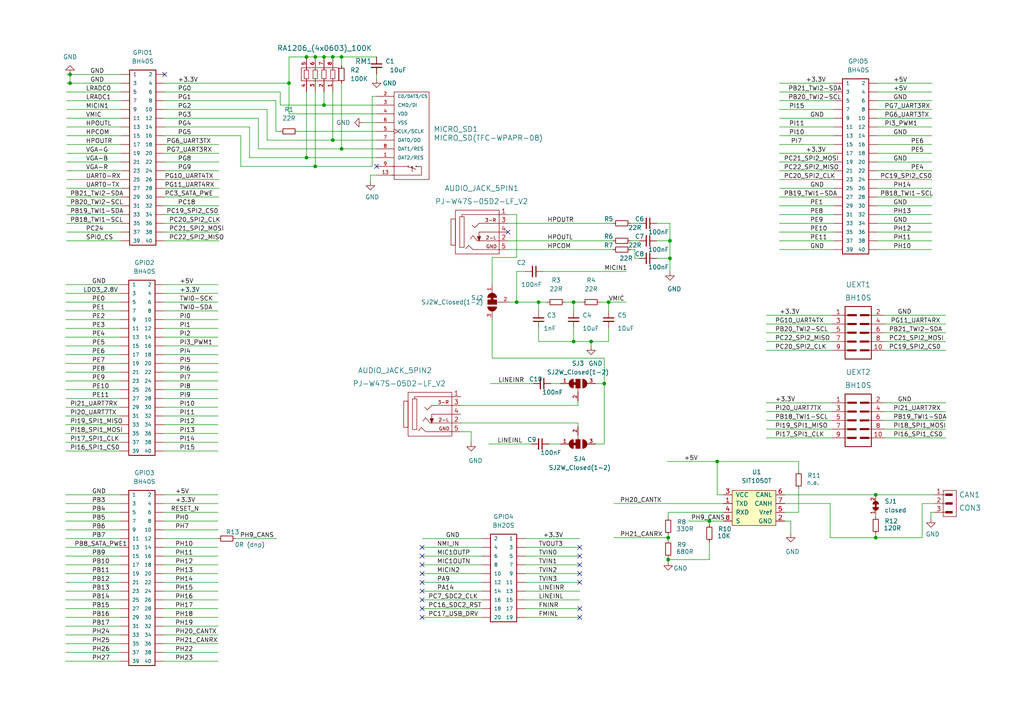
<source format=kicad_sch>
(kicad_sch (version 20230121) (generator eeschema)
  (paper "A4")
  (lib_symbols
    (symbol "Lime2-SHIELD_RevC:BH10S" (pin_names (offset 1.016) hide)
      (property "Reference" "CON" (at 0.0508 8.9154 0))
      (property "Value" "BH10S" (at 0.3048 -9.4234 0))
      (symbol "BH10S_1_1"
        (pin passive line (at -7.62 5.08 0) (length 3.7084) (name "1") (number "1"))
        (pin passive line (at 7.62 -5.08 180) (length 3.7084) (name "10") (number "10"))
        (pin passive line (at 7.62 5.08 180) (length 3.7084) (name "2") (number "2"))
        (pin passive line (at -7.62 2.54 0) (length 3.7084) (name "3") (number "3"))
        (pin passive line (at 7.62 2.54 180) (length 3.7084) (name "4") (number "4"))
        (pin passive line (at -7.62 0 0) (length 3.7084) (name "5") (number "5"))
        (pin passive line (at 7.62 0 180) (length 3.7084) (name "6") (number "6"))
        (pin passive line (at -7.62 -2.54 0) (length 3.7084) (name "7") (number "7"))
        (pin passive line (at 7.62 -2.54 180) (length 3.7084) (name "8") (number "8"))
        (pin passive line (at -7.62 -5.08 0) (length 3.7084) (name "9") (number "9"))
      )
    )
    (symbol "Lime2-SHIELD_RevC:BH20S" (pin_numbers hide) (pin_names (offset 1.016))
      (property "Reference" "GPIO" (at -4.445 12.065 0))
      (property "Value" "BH20S" (at -5.08 -16.51 0))
      (symbol "BH20S_1_1"
        (pin passive line (at -7.62 10.16 0) (length 2.54) (name "1") (number "1"))
        (pin passive line (at 5.08 0 180) (length 2.54) (name "10") (number "10"))
        (pin passive line (at -7.62 -2.54 0) (length 2.54) (name "11") (number "11"))
        (pin passive line (at 5.08 -2.54 180) (length 2.54) (name "12") (number "12"))
        (pin passive line (at -7.62 -5.08 0) (length 2.54) (name "13") (number "13"))
        (pin passive line (at 5.08 -5.08 180) (length 2.54) (name "14") (number "14"))
        (pin passive line (at -7.62 -7.62 0) (length 2.54) (name "15") (number "15"))
        (pin passive line (at 5.08 -7.62 180) (length 2.54) (name "16") (number "16"))
        (pin passive line (at -7.62 -10.16 0) (length 2.54) (name "17") (number "17"))
        (pin passive line (at 5.08 -10.16 180) (length 2.54) (name "18") (number "18"))
        (pin passive line (at -7.62 -12.7 0) (length 2.54) (name "19") (number "19"))
        (pin passive line (at 5.08 10.16 180) (length 2.54) (name "2") (number "2"))
        (pin passive line (at 5.08 -12.7 180) (length 2.54) (name "20") (number "20"))
        (pin passive line (at -7.62 7.62 0) (length 2.54) (name "3") (number "3"))
        (pin passive line (at 5.08 7.62 180) (length 2.54) (name "4") (number "4"))
        (pin passive line (at -7.62 5.08 0) (length 2.54) (name "5") (number "5"))
        (pin passive line (at 5.08 5.08 180) (length 2.54) (name "6") (number "6"))
        (pin passive line (at -7.62 2.54 0) (length 2.54) (name "7") (number "7"))
        (pin passive line (at 5.08 2.54 180) (length 2.54) (name "8") (number "8"))
        (pin passive line (at -7.62 0 0) (length 2.54) (name "9") (number "9"))
      )
    )
    (symbol "Lime2-SHIELD_RevC:BH40S" (pin_numbers hide) (pin_names (offset 1.016))
      (property "Reference" "GPIO" (at -4.445 27.305 0))
      (property "Value" "BH40S" (at -4.445 -26.035 0))
      (symbol "BH40S_1_1"
        (pin passive line (at -7.62 25.4 0) (length 2.4892) (name "1") (number "1"))
        (pin passive line (at 5.08 15.24 180) (length 2.4892) (name "10") (number "10"))
        (pin passive line (at -7.62 12.7 0) (length 2.4892) (name "11") (number "11"))
        (pin passive line (at 5.08 12.7 180) (length 2.4892) (name "12") (number "12"))
        (pin passive line (at -7.62 10.16 0) (length 2.4892) (name "13") (number "13"))
        (pin passive line (at 5.08 10.16 180) (length 2.4892) (name "14") (number "14"))
        (pin passive line (at -7.62 7.62 0) (length 2.4892) (name "15") (number "15"))
        (pin passive line (at 5.08 7.62 180) (length 2.4892) (name "16") (number "16"))
        (pin passive line (at -7.62 5.08 0) (length 2.4892) (name "17") (number "17"))
        (pin passive line (at 5.08 5.08 180) (length 2.4892) (name "18") (number "18"))
        (pin passive line (at -7.62 2.54 0) (length 2.4892) (name "19") (number "19"))
        (pin passive line (at 5.08 25.4 180) (length 2.4892) (name "2") (number "2"))
        (pin passive line (at 5.08 2.54 180) (length 2.4892) (name "20") (number "20"))
        (pin passive line (at -7.62 0 0) (length 2.4892) (name "21") (number "21"))
        (pin passive line (at 5.08 0 180) (length 2.4892) (name "22") (number "22"))
        (pin passive line (at -7.62 -2.54 0) (length 2.4892) (name "23") (number "23"))
        (pin passive line (at 5.08 -2.54 180) (length 2.4892) (name "24") (number "24"))
        (pin passive line (at -7.62 -5.08 0) (length 2.4892) (name "25") (number "25"))
        (pin passive line (at 5.08 -5.08 180) (length 2.4892) (name "26") (number "26"))
        (pin passive line (at -7.62 -7.62 0) (length 2.4892) (name "27") (number "27"))
        (pin passive line (at 5.08 -7.62 180) (length 2.4892) (name "28") (number "28"))
        (pin passive line (at -7.62 -10.16 0) (length 2.4892) (name "29") (number "29"))
        (pin passive line (at -7.62 22.86 0) (length 2.4892) (name "3") (number "3"))
        (pin passive line (at 5.08 -10.16 180) (length 2.4892) (name "30") (number "30"))
        (pin passive line (at -7.62 -12.7 0) (length 2.4892) (name "31") (number "31"))
        (pin passive line (at 5.08 -12.7 180) (length 2.4892) (name "32") (number "32"))
        (pin passive line (at -7.62 -15.24 0) (length 2.4892) (name "33") (number "33"))
        (pin passive line (at 5.08 -15.24 180) (length 2.4892) (name "34") (number "34"))
        (pin passive line (at -7.62 -17.78 0) (length 2.4892) (name "35") (number "35"))
        (pin passive line (at 5.08 -17.78 180) (length 2.4892) (name "36") (number "36"))
        (pin passive line (at -7.62 -20.32 0) (length 2.4892) (name "37") (number "37"))
        (pin passive line (at 5.08 -20.32 180) (length 2.4892) (name "38") (number "38"))
        (pin passive line (at -7.62 -22.86 0) (length 2.4892) (name "39") (number "39"))
        (pin passive line (at 5.08 22.86 180) (length 2.4892) (name "4") (number "4"))
        (pin passive line (at 5.08 -22.86 180) (length 2.4892) (name "40") (number "40"))
        (pin passive line (at -7.62 20.32 0) (length 2.4892) (name "5") (number "5"))
        (pin passive line (at 5.08 20.32 180) (length 2.4892) (name "6") (number "6"))
        (pin passive line (at -7.62 17.78 0) (length 2.4892) (name "7") (number "7"))
        (pin passive line (at 5.08 17.78 180) (length 2.4892) (name "8") (number "8"))
        (pin passive line (at -7.62 15.24 0) (length 2.4892) (name "9") (number "9"))
      )
    )
    (symbol "Lime2-SHIELD_RevC:C" (pin_numbers hide) (pin_names (offset 0.254) hide)
      (property "Reference" "C" (at 0.254 1.778 0))
      (property "Value" "C" (at 0.254 -2.032 0))
      (symbol "C_1_1"
        (pin passive line (at 0 2.54 270) (length 1.905) (name "~") (number "1"))
        (pin passive line (at 0 -2.54 90) (length 2.032) (name "~") (number "2"))
      )
    )
    (symbol "Lime2-SHIELD_RevC:CON3" (pin_names (offset 1.016))
      (property "Reference" "CON" (at -1.27 5.08 0))
      (property "Value" "CON3" (at -1.27 -5.08 0))
      (symbol "CON3_1_1"
        (pin passive line (at 2.54 2.54 180) (length 2.54) (name "~") (number "1"))
        (pin passive line (at 2.54 0 180) (length 2.54) (name "~") (number "2"))
        (pin passive line (at 2.54 -2.54 180) (length 2.54) (name "~") (number "3"))
      )
    )
    (symbol "Lime2-SHIELD_RevC:GND" (power) (pin_names (offset 0))
      (property "Value" "GND" (at 0 -3.81 0))
      (symbol "GND_1_1"
        (pin power_in line (at 0 0 270) (length 0) hide (name "GND") (number "1"))
      )
    )
    (symbol "Lime2-SHIELD_RevC:MICRO_SD(TFC-WPAPR-08)" (pin_names (offset 1.016))
      (property "Reference" "MICRO_SD" (at 2.54 15.24 0))
      (property "Value" "MICRO_SD(TFC-WPAPR-08)" (at 0 -12.7 0))
      (symbol "MICRO_SD(TFC-WPAPR-08)_1_1"
        (pin bidirectional line (at -7.62 -5.08 0) (length 5.08) (name "DAT2/RES") (number "1"))
        (pin passive line (at -7.62 -10.16 0) (length 5.08) hide (name "~") (number "10"))
        (pin passive line (at -7.62 -10.16 0) (length 5.08) hide (name "~") (number "11"))
        (pin passive line (at -7.62 -10.16 0) (length 5.08) hide (name "~") (number "12"))
        (pin passive line (at -7.62 -10.16 0) (length 5.08) (name "~") (number "13"))
        (pin bidirectional line (at -7.62 12.7 0) (length 5.08) (name "CD/DAT3/CS") (number "2"))
        (pin input line (at -7.62 10.16 0) (length 5.08) (name "CMD/DI") (number "3"))
        (pin power_in line (at -7.62 7.62 0) (length 5.08) (name "VDD") (number "4"))
        (pin input clock (at -7.62 2.54 0) (length 5.08) (name "CLK/SCLK") (number "5"))
        (pin power_in line (at -7.62 5.08 0) (length 5.08) (name "VSS") (number "6"))
        (pin bidirectional line (at -7.62 0 0) (length 5.08) (name "DAT0/DO") (number "7"))
        (pin bidirectional line (at -7.62 -2.54 0) (length 5.08) (name "DAT1/RES") (number "8"))
        (pin passive line (at -7.62 -7.62 0) (length 5.08) (name "~") (number "9"))
      )
    )
    (symbol "Lime2-SHIELD_RevC:PJ-W47S-05D2-LF_V2" (pin_names (offset 1.016))
      (property "Reference" "AUDIO_JACK_5PIN" (at 0 8.255 0))
      (property "Value" "PJ-W47S-05D2-LF_V2" (at 0 -8.255 0))
      (symbol "PJ-W47S-05D2-LF_V2_0_0"
        (text "2-L" (at 2.7178 -1.651 0) (effects (font (size 0.9906 0.9906))))
        (text "3-R" (at 2.5908 3.4544 0) (effects (font (size 0.9906 0.9906))))
        (text "GND" (at 2.8448 -4.191 0) (effects (font (size 0.9906 0.9906))))
      )
      (symbol "PJ-W47S-05D2-LF_V2_1_1"
        (pin bidirectional line (at 7.62 5.08 180) (length 2.4892) (name "~") (number "1"))
        (pin bidirectional line (at 7.62 -2.54 180) (length 2.4892) (name "~") (number "2"))
        (pin bidirectional line (at 7.62 2.54 180) (length 2.4892) (name "~") (number "3"))
        (pin bidirectional line (at 7.62 0 180) (length 2.4892) (name "~") (number "4"))
        (pin power_in line (at 7.62 -5.08 180) (length 2.4892) (name "~") (number "5"))
      )
    )
    (symbol "Lime2-SHIELD_RevC:RA1206_(4x0603)_4B8_1234" (pin_names (offset 1.016))
      (property "Reference" "RM" (at 0 6.35 0))
      (property "Value" "RA1206_(4x0603)_4B8_1234" (at 10.16 -6.35 0))
      (symbol "RA1206_(4x0603)_4B8_1234_1_1"
        (pin passive line (at -5.08 3.81 0) (length 3.81) (name "~") (number "1"))
        (pin passive line (at -5.08 1.27 0) (length 3.81) (name "~") (number "2"))
        (pin passive line (at -5.08 -1.27 0) (length 3.81) (name "~") (number "3"))
        (pin passive line (at -5.08 -3.81 0) (length 3.81) (name "~") (number "4"))
        (pin passive line (at 5.08 -3.81 180) (length 3.81) (name "~") (number "5"))
        (pin passive line (at 5.08 -1.27 180) (length 3.81) (name "~") (number "6"))
        (pin passive line (at 5.08 1.27 180) (length 3.81) (name "~") (number "7"))
        (pin passive line (at 5.08 3.81 180) (length 3.81) (name "~") (number "8"))
      )
    )
    (symbol "Lime2-SHIELD_RevC:R_Small" (pin_numbers hide) (pin_names (offset 0.254) hide)
      (property "Reference" "R" (at 0.762 0.508 0))
      (property "Value" "R_Small" (at 0.762 -1.016 0))
      (symbol "R_Small_1_1"
        (pin passive line (at 0 2.54 270) (length 0.762) (name "~") (number "1"))
        (pin passive line (at 0 -2.54 90) (length 0.762) (name "~") (number "2"))
      )
    )
    (symbol "Lime2-SHIELD_RevC:SIT1050T" (pin_names (offset 1.016))
      (property "Reference" "U" (at 0 6.35 0))
      (property "Value" "SIT1050T" (at 0 -6.35 0))
      (symbol "SIT1050T_1_1"
        (pin input line (at 8.89 1.27 180) (length 2.54) (name "TXD") (number "1"))
        (pin power_in line (at -8.89 -3.81 0) (length 2.54) (name "GND") (number "2"))
        (pin power_in line (at 8.89 3.81 180) (length 2.54) (name "VCC") (number "3"))
        (pin output line (at 8.89 -1.27 180) (length 2.54) (name "RXD") (number "4"))
        (pin output line (at -8.89 -1.27 0) (length 2.54) (name "Vref") (number "5"))
        (pin bidirectional line (at -8.89 3.81 0) (length 2.54) (name "CANL") (number "6"))
        (pin bidirectional line (at -8.89 1.27 0) (length 2.54) (name "CANH") (number "7"))
        (pin input line (at 8.89 -3.81 180) (length 2.54) (name "S") (number "8"))
      )
    )
    (symbol "Lime2-SHIELD_RevC:SJ2W_Closed(1-2)" (pin_names (offset 1.016) hide)
      (property "Reference" "SJ" (at 2.54 0.381 0))
      (property "Value" "SJ2W_Closed(1-2)" (at 2.54 -1.905 0))
      (symbol "SJ2W_Closed(1-2)_1_1"
        (pin passive line (at 0 5.08 270) (length 2.54) (name "1") (number "1"))
        (pin passive line (at -5.08 0 0) (length 2.54) (name "2") (number "2"))
        (pin passive line (at 0 -5.08 90) (length 2.54) (name "3") (number "3"))
      )
    )
    (symbol "Lime2-SHIELD_RevC:SJ_Closed" (pin_names (offset 1.016) hide)
      (property "Reference" "SJ" (at -1.27 1.905 0))
      (property "Value" "SJ_Closed" (at -5.08 -2.54 0))
      (symbol "SJ_Closed_1_1"
        (pin passive line (at -2.54 0 0) (length 1.27) (name "1") (number "1"))
        (pin passive line (at 2.54 0 180) (length 1.27) (name "2") (number "2"))
      )
    )
  )
  (junction (at 208.026 133.858))
  (junction (at 93.98 30.48))
  (junction (at 99.06 43.18))
  (junction (at 91.44 48.26))
  (junction (at 175.26 111.252))
  (junction (at 20.32 21.59))
  (junction (at 194.31 74.93))
  (junction (at 149.86 87.63))
  (junction (at 176.53 87.63))
  (junction (at 99.06 16.51))
  (junction (at 254 155.956))
  (junction (at 96.52 16.51))
  (junction (at 193.802 155.956))
  (junction (at 254 143.51))
  (junction (at 88.9 16.51))
  (junction (at 166.37 99.06))
  (junction (at 193.802 162.306))
  (junction (at 156.21 87.63))
  (junction (at 194.31 69.85))
  (junction (at 93.98 16.51))
  (junction (at 96.52 40.64))
  (junction (at 166.37 87.63))
  (junction (at 83.82 24.13))
  (junction (at 205.74 151.13))
  (junction (at 20.32 24.13))
  (junction (at 88.9 45.72))
  (junction (at 171.45 99.06))
  (junction (at 91.44 16.51))
  (no_connect (at 168.148 161.29))
  (no_connect (at 109.22 48.26))
  (no_connect (at 168.148 163.83))
  (no_connect (at 168.148 158.75))
  (no_connect (at 122.428 163.83))
  (no_connect (at 122.428 161.29))
  (no_connect (at 122.428 176.53))
  (no_connect (at 147.32 67.31))
  (no_connect (at 168.148 166.37))
  (no_connect (at 122.428 171.45))
  (no_connect (at 122.428 179.07))
  (no_connect (at 168.148 179.07))
  (no_connect (at 122.428 166.37))
  (no_connect (at 122.428 168.91))
  (no_connect (at 47.752 21.59))
  (no_connect (at 168.148 168.91))
  (no_connect (at 168.148 176.53))
  (no_connect (at 122.428 158.75))
  (no_connect (at 122.428 173.99))
  (wire (pts (xy 19.304 52.07) (xy 35.052 52.07)))
  (wire (pts (xy 19.05 163.83) (xy 34.798 163.83)))
  (wire (pts (xy 133.604 117.602) (xy 167.64 117.602)))
  (wire (pts (xy 254.508 67.31) (xy 270.256 67.31)))
  (wire (pts (xy 147.828 87.63) (xy 149.86 87.63)))
  (wire (pts (xy 159.766 111.252) (xy 162.56 111.252)))
  (wire (pts (xy 19.304 34.29) (xy 35.052 34.29)))
  (wire (pts (xy 166.37 87.63) (xy 168.91 87.63)))
  (wire (pts (xy 176.53 87.63) (xy 181.61 87.63)))
  (wire (pts (xy 47.752 67.31) (xy 63.5 67.31)))
  (wire (pts (xy 241.3 127) (xy 222.25 127)))
  (wire (pts (xy 171.45 100.33) (xy 171.45 99.06)))
  (wire (pts (xy 194.31 74.93) (xy 194.31 78.74)))
  (wire (pts (xy 256.54 121.92) (xy 274.32 121.92)))
  (wire (pts (xy 254.508 54.61) (xy 270.256 54.61)))
  (wire (pts (xy 19.05 115.57) (xy 34.798 115.57)))
  (wire (pts (xy 74.93 34.29) (xy 74.93 43.18)))
  (wire (pts (xy 226.06 34.29) (xy 241.808 34.29)))
  (wire (pts (xy 109.22 21.59) (xy 109.22 22.86)))
  (wire (pts (xy 72.39 45.72) (xy 88.9 45.72)))
  (wire (pts (xy 152.4 166.37) (xy 168.148 166.37)))
  (wire (pts (xy 19.304 64.77) (xy 35.052 64.77)))
  (wire (pts (xy 157.48 78.74) (xy 181.61 78.74)))
  (wire (pts (xy 241.3 93.98) (xy 222.25 93.98)))
  (wire (pts (xy 122.428 179.07) (xy 139.7 179.07)))
  (wire (pts (xy 107.442 50.8) (xy 107.442 52.578)))
  (wire (pts (xy 83.82 16.51) (xy 88.9 16.51)))
  (wire (pts (xy 226.06 59.69) (xy 241.808 59.69)))
  (wire (pts (xy 226.06 41.91) (xy 241.808 41.91)))
  (wire (pts (xy 194.31 69.85) (xy 194.31 74.93)))
  (wire (pts (xy 240.792 146.05) (xy 240.792 155.956)))
  (wire (pts (xy 19.304 59.69) (xy 35.052 59.69)))
  (wire (pts (xy 47.752 54.61) (xy 63.5 54.61)))
  (wire (pts (xy 133.604 122.682) (xy 167.64 122.682)))
  (wire (pts (xy 241.3 116.84) (xy 222.25 116.84)))
  (wire (pts (xy 209.804 151.13) (xy 205.74 151.13)))
  (wire (pts (xy 254.508 52.07) (xy 270.256 52.07)))
  (wire (pts (xy 122.428 176.53) (xy 139.7 176.53)))
  (wire (pts (xy 99.06 24.13) (xy 99.06 43.18)))
  (wire (pts (xy 166.37 95.25) (xy 166.37 99.06)))
  (wire (pts (xy 254.508 49.53) (xy 270.256 49.53)))
  (wire (pts (xy 19.304 57.15) (xy 35.052 57.15)))
  (wire (pts (xy 147.32 69.85) (xy 177.8 69.85)))
  (wire (pts (xy 208.026 133.858) (xy 208.026 143.51)))
  (wire (pts (xy 47.752 39.37) (xy 69.85 39.37)))
  (wire (pts (xy 172.72 111.252) (xy 175.26 111.252)))
  (wire (pts (xy 19.05 110.49) (xy 34.798 110.49)))
  (wire (pts (xy 19.05 87.63) (xy 34.798 87.63)))
  (wire (pts (xy 99.06 16.51) (xy 96.52 16.51)))
  (wire (pts (xy 88.9 26.67) (xy 88.9 45.72)))
  (wire (pts (xy 47.752 44.45) (xy 63.5 44.45)))
  (wire (pts (xy 109.22 40.64) (xy 96.52 40.64)))
  (wire (pts (xy 107.95 27.94) (xy 109.22 27.94)))
  (wire (pts (xy 19.05 151.13) (xy 34.798 151.13)))
  (wire (pts (xy 154.686 111.252) (xy 142.24 111.252)))
  (wire (pts (xy 193.802 148.59) (xy 193.802 150.114)))
  (wire (pts (xy 47.498 146.05) (xy 63.246 146.05)))
  (wire (pts (xy 69.85 39.37) (xy 69.85 48.26)))
  (wire (pts (xy 19.304 29.21) (xy 35.052 29.21)))
  (wire (pts (xy 47.498 113.03) (xy 63.246 113.03)))
  (wire (pts (xy 47.498 173.99) (xy 63.246 173.99)))
  (wire (pts (xy 226.06 26.67) (xy 241.808 26.67)))
  (wire (pts (xy 88.9 16.51) (xy 91.44 16.51)))
  (wire (pts (xy 19.05 125.73) (xy 34.798 125.73)))
  (wire (pts (xy 93.98 16.51) (xy 96.52 16.51)))
  (wire (pts (xy 74.93 43.18) (xy 99.06 43.18)))
  (wire (pts (xy 19.05 189.23) (xy 34.798 189.23)))
  (wire (pts (xy 47.498 184.15) (xy 63.246 184.15)))
  (wire (pts (xy 96.52 40.64) (xy 77.47 40.64)))
  (wire (pts (xy 190.5 74.93) (xy 194.31 74.93)))
  (wire (pts (xy 254 154.94) (xy 254 155.956)))
  (wire (pts (xy 122.428 173.99) (xy 139.7 173.99)))
  (wire (pts (xy 68.326 156.21) (xy 80.264 156.21)))
  (wire (pts (xy 80.01 29.21) (xy 80.01 38.1)))
  (wire (pts (xy 86.36 38.1) (xy 109.22 38.1)))
  (wire (pts (xy 20.32 21.59) (xy 35.052 21.59)))
  (wire (pts (xy 152.4 163.83) (xy 168.148 163.83)))
  (wire (pts (xy 254.508 64.77) (xy 270.256 64.77)))
  (wire (pts (xy 142.748 74.676) (xy 142.748 82.55)))
  (wire (pts (xy 226.06 44.45) (xy 241.808 44.45)))
  (wire (pts (xy 254.508 44.45) (xy 270.256 44.45)))
  (wire (pts (xy 254.508 34.29) (xy 270.256 34.29)))
  (wire (pts (xy 205.74 162.306) (xy 193.802 162.306)))
  (wire (pts (xy 47.752 59.69) (xy 63.5 59.69)))
  (wire (pts (xy 158.75 87.63) (xy 156.21 87.63)))
  (wire (pts (xy 256.54 127) (xy 274.32 127)))
  (wire (pts (xy 47.752 46.99) (xy 63.5 46.99)))
  (wire (pts (xy 47.498 166.37) (xy 63.246 166.37)))
  (wire (pts (xy 149.86 74.676) (xy 142.748 74.676)))
  (wire (pts (xy 91.44 48.26) (xy 107.95 48.26)))
  (wire (pts (xy 47.498 130.81) (xy 63.246 130.81)))
  (wire (pts (xy 254.508 69.85) (xy 270.256 69.85)))
  (wire (pts (xy 240.792 155.956) (xy 254 155.956)))
  (wire (pts (xy 122.428 156.21) (xy 139.7 156.21)))
  (wire (pts (xy 193.802 155.194) (xy 193.802 155.956)))
  (wire (pts (xy 176.53 87.63) (xy 176.53 90.17)))
  (wire (pts (xy 226.06 54.61) (xy 241.808 54.61)))
  (wire (pts (xy 256.54 99.06) (xy 274.32 99.06)))
  (wire (pts (xy 47.752 36.83) (xy 72.39 36.83)))
  (wire (pts (xy 226.06 49.53) (xy 241.808 49.53)))
  (wire (pts (xy 122.428 168.91) (xy 139.7 168.91)))
  (wire (pts (xy 256.54 124.46) (xy 274.32 124.46)))
  (wire (pts (xy 149.86 78.74) (xy 152.4 78.74)))
  (wire (pts (xy 19.05 92.71) (xy 34.798 92.71)))
  (wire (pts (xy 190.5 69.85) (xy 194.31 69.85)))
  (wire (pts (xy 142.748 103.886) (xy 175.26 103.886)))
  (wire (pts (xy 19.05 82.55) (xy 34.798 82.55)))
  (wire (pts (xy 19.05 153.67) (xy 34.798 153.67)))
  (wire (pts (xy 19.304 67.31) (xy 35.052 67.31)))
  (wire (pts (xy 19.05 148.59) (xy 34.798 148.59)))
  (wire (pts (xy 152.4 168.91) (xy 168.148 168.91)))
  (wire (pts (xy 109.22 33.02) (xy 83.82 33.02)))
  (wire (pts (xy 254.508 62.23) (xy 270.256 62.23)))
  (wire (pts (xy 122.428 161.29) (xy 139.7 161.29)))
  (wire (pts (xy 19.05 143.51) (xy 34.798 143.51)))
  (wire (pts (xy 122.428 158.75) (xy 139.7 158.75)))
  (wire (pts (xy 152.4 171.45) (xy 168.148 171.45)))
  (wire (pts (xy 175.26 111.252) (xy 175.26 128.778)))
  (wire (pts (xy 47.498 161.29) (xy 63.246 161.29)))
  (wire (pts (xy 109.22 50.8) (xy 107.442 50.8)))
  (wire (pts (xy 254.508 59.69) (xy 270.256 59.69)))
  (wire (pts (xy 166.37 90.17) (xy 166.37 87.63)))
  (wire (pts (xy 19.05 85.09) (xy 34.798 85.09)))
  (wire (pts (xy 254.508 31.75) (xy 270.256 31.75)))
  (wire (pts (xy 19.05 100.33) (xy 34.798 100.33)))
  (wire (pts (xy 254.508 36.83) (xy 270.256 36.83)))
  (wire (pts (xy 182.88 64.77) (xy 185.42 64.77)))
  (wire (pts (xy 167.64 117.602) (xy 167.64 116.332)))
  (wire (pts (xy 47.752 41.91) (xy 63.5 41.91)))
  (wire (pts (xy 47.498 115.57) (xy 63.246 115.57)))
  (wire (pts (xy 152.4 179.07) (xy 168.148 179.07)))
  (wire (pts (xy 156.21 87.63) (xy 149.86 87.63)))
  (wire (pts (xy 178.054 146.05) (xy 209.804 146.05)))
  (wire (pts (xy 81.28 26.67) (xy 81.28 30.48)))
  (wire (pts (xy 93.98 26.67) (xy 93.98 30.48)))
  (wire (pts (xy 47.498 186.69) (xy 63.246 186.69)))
  (wire (pts (xy 19.304 69.85) (xy 35.052 69.85)))
  (wire (pts (xy 256.54 96.52) (xy 274.32 96.52)))
  (wire (pts (xy 47.498 110.49) (xy 63.246 110.49)))
  (wire (pts (xy 226.06 72.39) (xy 241.808 72.39)))
  (wire (pts (xy 19.05 123.19) (xy 34.798 123.19)))
  (wire (pts (xy 226.06 69.85) (xy 241.808 69.85)))
  (wire (pts (xy 254 155.956) (xy 267.462 155.956)))
  (wire (pts (xy 19.05 184.15) (xy 34.798 184.15)))
  (wire (pts (xy 178.054 155.956) (xy 193.802 155.956)))
  (wire (pts (xy 147.32 62.23) (xy 149.86 62.23)))
  (wire (pts (xy 175.26 103.886) (xy 175.26 111.252)))
  (wire (pts (xy 176.53 99.06) (xy 176.53 95.25)))
  (wire (pts (xy 241.3 99.06) (xy 222.25 99.06)))
  (wire (pts (xy 231.648 133.858) (xy 208.026 133.858)))
  (wire (pts (xy 208.026 143.51) (xy 209.804 143.51)))
  (wire (pts (xy 107.95 48.26) (xy 107.95 27.94)))
  (wire (pts (xy 227.584 143.51) (xy 254 143.51)))
  (wire (pts (xy 47.498 128.27) (xy 63.246 128.27)))
  (wire (pts (xy 147.32 72.39) (xy 177.8 72.39)))
  (wire (pts (xy 81.28 30.48) (xy 93.98 30.48)))
  (wire (pts (xy 19.304 36.83) (xy 35.052 36.83)))
  (wire (pts (xy 91.44 16.51) (xy 93.98 16.51)))
  (wire (pts (xy 19.304 62.23) (xy 35.052 62.23)))
  (wire (pts (xy 226.06 46.99) (xy 241.808 46.99)))
  (wire (pts (xy 19.05 146.05) (xy 34.798 146.05)))
  (wire (pts (xy 19.05 171.45) (xy 34.798 171.45)))
  (wire (pts (xy 254.508 46.99) (xy 270.256 46.99)))
  (wire (pts (xy 193.802 162.814) (xy 193.802 162.306)))
  (wire (pts (xy 226.06 64.77) (xy 241.808 64.77)))
  (wire (pts (xy 47.498 148.59) (xy 63.246 148.59)))
  (wire (pts (xy 47.498 107.95) (xy 63.246 107.95)))
  (wire (pts (xy 19.05 105.41) (xy 34.798 105.41)))
  (wire (pts (xy 47.752 29.21) (xy 80.01 29.21)))
  (wire (pts (xy 226.06 62.23) (xy 241.808 62.23)))
  (wire (pts (xy 88.9 45.72) (xy 109.22 45.72)))
  (wire (pts (xy 47.498 176.53) (xy 63.246 176.53)))
  (wire (pts (xy 19.05 186.69) (xy 34.798 186.69)))
  (wire (pts (xy 226.06 52.07) (xy 241.808 52.07)))
  (wire (pts (xy 47.498 105.41) (xy 63.246 105.41)))
  (wire (pts (xy 241.3 91.44) (xy 222.25 91.44)))
  (wire (pts (xy 226.06 24.13) (xy 241.808 24.13)))
  (wire (pts (xy 226.06 29.21) (xy 241.808 29.21)))
  (wire (pts (xy 47.752 57.15) (xy 63.5 57.15)))
  (wire (pts (xy 47.498 85.09) (xy 63.246 85.09)))
  (wire (pts (xy 171.45 99.06) (xy 176.53 99.06)))
  (wire (pts (xy 47.752 24.13) (xy 83.82 24.13)))
  (wire (pts (xy 19.05 156.21) (xy 34.798 156.21)))
  (wire (pts (xy 205.74 152.146) (xy 205.74 151.13)))
  (wire (pts (xy 19.304 26.67) (xy 35.052 26.67)))
  (wire (pts (xy 226.06 57.15) (xy 241.808 57.15)))
  (wire (pts (xy 19.05 118.11) (xy 34.798 118.11)))
  (wire (pts (xy 142.748 92.71) (xy 142.748 103.886)))
  (wire (pts (xy 47.498 191.77) (xy 63.246 191.77)))
  (wire (pts (xy 47.498 123.19) (xy 63.246 123.19)))
  (wire (pts (xy 47.498 179.07) (xy 63.246 179.07)))
  (wire (pts (xy 254 143.51) (xy 271.018 143.51)))
  (wire (pts (xy 190.5 64.77) (xy 194.31 64.77)))
  (wire (pts (xy 47.498 100.33) (xy 63.246 100.33)))
  (wire (pts (xy 227.584 146.05) (xy 240.792 146.05)))
  (wire (pts (xy 226.06 67.31) (xy 241.808 67.31)))
  (wire (pts (xy 47.498 120.65) (xy 63.246 120.65)))
  (wire (pts (xy 193.802 155.956) (xy 193.802 156.718)))
  (wire (pts (xy 133.604 125.222) (xy 136.652 125.222)))
  (wire (pts (xy 182.88 69.85) (xy 185.42 69.85)))
  (wire (pts (xy 241.3 119.38) (xy 222.25 119.38)))
  (wire (pts (xy 19.304 31.75) (xy 35.052 31.75)))
  (wire (pts (xy 47.752 49.53) (xy 63.5 49.53)))
  (wire (pts (xy 47.498 87.63) (xy 63.246 87.63)))
  (wire (pts (xy 182.88 72.39) (xy 184.15 72.39)))
  (wire (pts (xy 19.05 173.99) (xy 34.798 173.99)))
  (wire (pts (xy 19.304 21.59) (xy 20.32 21.59)))
  (wire (pts (xy 152.4 176.53) (xy 168.148 176.53)))
  (wire (pts (xy 83.82 33.02) (xy 83.82 24.13)))
  (wire (pts (xy 173.99 87.63) (xy 176.53 87.63)))
  (wire (pts (xy 256.54 119.38) (xy 274.32 119.38)))
  (wire (pts (xy 254.508 41.91) (xy 270.256 41.91)))
  (wire (pts (xy 47.498 90.17) (xy 63.246 90.17)))
  (wire (pts (xy 156.21 90.17) (xy 156.21 87.63)))
  (wire (pts (xy 19.05 181.61) (xy 34.798 181.61)))
  (wire (pts (xy 241.3 96.52) (xy 222.25 96.52)))
  (wire (pts (xy 241.3 101.6) (xy 222.25 101.6)))
  (wire (pts (xy 226.06 31.75) (xy 241.808 31.75)))
  (wire (pts (xy 256.54 93.98) (xy 274.32 93.98)))
  (wire (pts (xy 47.498 92.71) (xy 63.246 92.71)))
  (wire (pts (xy 152.4 161.29) (xy 168.148 161.29)))
  (wire (pts (xy 149.86 62.23) (xy 149.86 74.676)))
  (wire (pts (xy 19.05 128.27) (xy 34.798 128.27)))
  (wire (pts (xy 47.498 189.23) (xy 63.246 189.23)))
  (wire (pts (xy 226.06 39.37) (xy 241.808 39.37)))
  (wire (pts (xy 156.21 99.06) (xy 166.37 99.06)))
  (wire (pts (xy 109.22 35.56) (xy 105.41 35.56)))
  (wire (pts (xy 47.752 26.67) (xy 81.28 26.67)))
  (wire (pts (xy 20.32 21.59) (xy 20.32 24.13)))
  (wire (pts (xy 69.85 48.26) (xy 91.44 48.26)))
  (wire (pts (xy 209.804 148.59) (xy 193.802 148.59)))
  (wire (pts (xy 47.752 52.07) (xy 63.5 52.07)))
  (wire (pts (xy 231.648 141.732) (xy 231.648 148.59)))
  (wire (pts (xy 205.74 157.226) (xy 205.74 162.306)))
  (wire (pts (xy 241.3 124.46) (xy 222.25 124.46)))
  (wire (pts (xy 19.304 49.53) (xy 35.052 49.53)))
  (wire (pts (xy 149.86 87.63) (xy 149.86 78.74)))
  (wire (pts (xy 19.05 120.65) (xy 34.798 120.65)))
  (wire (pts (xy 99.06 43.18) (xy 109.22 43.18)))
  (wire (pts (xy 208.026 133.858) (xy 193.548 133.858)))
  (wire (pts (xy 47.498 151.13) (xy 63.246 151.13)))
  (wire (pts (xy 93.98 30.48) (xy 109.22 30.48)))
  (wire (pts (xy 19.304 46.99) (xy 35.052 46.99)))
  (wire (pts (xy 47.498 102.87) (xy 63.246 102.87)))
  (wire (pts (xy 47.498 82.55) (xy 63.246 82.55)))
  (wire (pts (xy 47.498 97.79) (xy 63.246 97.79)))
  (wire (pts (xy 254 149.225) (xy 254 149.86)))
  (wire (pts (xy 254 144.145) (xy 254 143.51)))
  (wire (pts (xy 193.802 162.306) (xy 193.802 161.798)))
  (wire (pts (xy 47.752 31.75) (xy 77.47 31.75)))
  (wire (pts (xy 254.508 57.15) (xy 270.256 57.15)))
  (wire (pts (xy 19.05 95.25) (xy 34.798 95.25)))
  (wire (pts (xy 122.428 163.83) (xy 139.7 163.83)))
  (wire (pts (xy 270.002 148.59) (xy 270.002 150.368)))
  (wire (pts (xy 19.304 24.13) (xy 20.32 24.13)))
  (wire (pts (xy 271.018 148.59) (xy 270.002 148.59)))
  (wire (pts (xy 226.06 36.83) (xy 241.808 36.83)))
  (wire (pts (xy 47.498 163.83) (xy 63.246 163.83)))
  (wire (pts (xy 163.83 87.63) (xy 166.37 87.63)))
  (wire (pts (xy 194.31 64.77) (xy 194.31 69.85)))
  (wire (pts (xy 256.54 101.6) (xy 274.32 101.6)))
  (wire (pts (xy 47.498 153.67) (xy 63.246 153.67)))
  (wire (pts (xy 19.304 44.45) (xy 35.052 44.45)))
  (wire (pts (xy 19.05 113.03) (xy 34.798 113.03)))
  (wire (pts (xy 96.52 26.67) (xy 96.52 40.64)))
  (wire (pts (xy 267.462 155.956) (xy 267.462 146.05)))
  (wire (pts (xy 47.498 118.11) (xy 63.246 118.11)))
  (wire (pts (xy 227.584 151.13) (xy 229.362 151.13)))
  (wire (pts (xy 205.74 151.13) (xy 199.644 151.13)))
  (wire (pts (xy 231.648 136.652) (xy 231.648 133.858)))
  (wire (pts (xy 47.498 171.45) (xy 63.246 171.45)))
  (wire (pts (xy 152.4 158.75) (xy 168.148 158.75)))
  (wire (pts (xy 47.498 95.25) (xy 63.246 95.25)))
  (wire (pts (xy 19.05 176.53) (xy 34.798 176.53)))
  (wire (pts (xy 77.47 40.64) (xy 77.47 31.75)))
  (wire (pts (xy 256.54 91.44) (xy 274.32 91.44)))
  (wire (pts (xy 19.05 97.79) (xy 34.798 97.79)))
  (wire (pts (xy 19.304 41.91) (xy 35.052 41.91)))
  (wire (pts (xy 83.82 24.13) (xy 83.82 16.51)))
  (wire (pts (xy 19.05 179.07) (xy 34.798 179.07)))
  (wire (pts (xy 152.4 156.21) (xy 168.148 156.21)))
  (wire (pts (xy 254.508 24.13) (xy 270.256 24.13)))
  (wire (pts (xy 47.752 64.77) (xy 63.5 64.77)))
  (wire (pts (xy 154.178 128.778) (xy 141.732 128.778)))
  (wire (pts (xy 254.508 72.39) (xy 270.256 72.39)))
  (wire (pts (xy 91.44 26.67) (xy 91.44 48.26)))
  (wire (pts (xy 80.01 38.1) (xy 81.28 38.1)))
  (wire (pts (xy 254.508 29.21) (xy 270.256 29.21)))
  (wire (pts (xy 99.06 16.51) (xy 109.22 16.51)))
  (wire (pts (xy 47.498 168.91) (xy 63.246 168.91)))
  (wire (pts (xy 256.54 116.84) (xy 274.32 116.84)))
  (wire (pts (xy 147.32 64.77) (xy 177.8 64.77)))
  (wire (pts (xy 47.498 125.73) (xy 63.246 125.73)))
  (wire (pts (xy 47.752 62.23) (xy 63.5 62.23)))
  (wire (pts (xy 254.508 26.67) (xy 270.256 26.67)))
  (wire (pts (xy 267.462 146.05) (xy 271.018 146.05)))
  (wire (pts (xy 166.37 99.06) (xy 171.45 99.06)))
  (wire (pts (xy 47.498 156.21) (xy 63.246 156.21)))
  (wire (pts (xy 156.21 95.25) (xy 156.21 99.06)))
  (wire (pts (xy 19.05 102.87) (xy 34.798 102.87)))
  (wire (pts (xy 184.15 74.93) (xy 185.42 74.93)))
  (wire (pts (xy 19.304 39.37) (xy 35.052 39.37)))
  (wire (pts (xy 19.05 166.37) (xy 34.798 166.37)))
  (wire (pts (xy 152.4 173.99) (xy 168.148 173.99)))
  (wire (pts (xy 254.508 39.37) (xy 270.256 39.37)))
  (wire (pts (xy 47.498 143.51) (xy 63.246 143.51)))
  (wire (pts (xy 47.498 181.61) (xy 63.246 181.61)))
  (wire (pts (xy 47.752 69.85) (xy 63.5 69.85)))
  (wire (pts (xy 19.05 107.95) (xy 34.798 107.95)))
  (wire (pts (xy 20.32 24.13) (xy 35.052 24.13)))
  (wire (pts (xy 184.15 72.39) (xy 184.15 74.93)))
  (wire (pts (xy 19.05 161.29) (xy 34.798 161.29)))
  (wire (pts (xy 122.428 166.37) (xy 139.7 166.37)))
  (wire (pts (xy 19.304 54.61) (xy 35.052 54.61)))
  (wire (pts (xy 47.498 158.75) (xy 63.246 158.75)))
  (wire (pts (xy 99.06 19.05) (xy 99.06 16.51)))
  (wire (pts (xy 175.26 128.778) (xy 172.72 128.778)))
  (wire (pts (xy 47.752 34.29) (xy 74.93 34.29)))
  (wire (pts (xy 19.05 130.81) (xy 34.798 130.81)))
  (wire (pts (xy 122.428 171.45) (xy 139.7 171.45)))
  (wire (pts (xy 19.05 90.17) (xy 34.798 90.17)))
  (wire (pts (xy 229.362 151.13) (xy 229.362 154.686)))
  (wire (pts (xy 136.652 125.222) (xy 136.652 128.27)))
  (wire (pts (xy 72.39 36.83) (xy 72.39 45.72)))
  (wire (pts (xy 159.258 128.778) (xy 162.56 128.778)))
  (wire (pts (xy 231.648 148.59) (xy 227.584 148.59)))
  (wire (pts (xy 19.05 191.77) (xy 34.798 191.77)))
  (wire (pts (xy 241.3 121.92) (xy 222.25 121.92)))
  (wire (pts (xy 19.05 168.91) (xy 34.798 168.91)))
  (wire (pts (xy 167.64 122.682) (xy 167.64 123.698)))
  (wire (pts (xy 19.05 158.75) (xy 34.798 158.75)))
  (label "MIC1OUTP" (at 126.746 161.29 0))
  (label "PB12" (at 26.67 168.91 0))
  (label "PI2" (at 52.07 97.79 0))
  (label "PB3" (at 26.67 146.05 0))
  (label "PH10" (at 50.8 158.75 0))
  (label "PB21_TWI2-SDA" (at 257.81 96.52 0))
  (label "PH13" (at 259.08 62.23 0))
  (label "UART0-TX" (at 24.892 54.61 0))
  (label "TVOUT3" (at 156.21 158.75 0))
  (label "PE8" (at 234.95 62.23 0))
  (label "HPCOM" (at 158.75 72.39 0))
  (label "PE4" (at 264.16 49.53 0))
  (label "PB6" (at 26.67 153.67 0))
  (label "TVIN3" (at 156.21 168.91 0))
  (label "PI12" (at 52.07 123.19 0))
  (label "PG6_UART3TX" (at 256.54 34.29 0))
  (label "PC22_SPI2_MISO" (at 227.33 49.53 0))
  (label "FNINR" (at 156.21 176.53 0))
  (label "PB4" (at 26.67 148.59 0))
  (label "+5V" (at 259.08 26.67 0))
  (label "GND" (at 129.286 156.21 0))
  (label "GND" (at 259.08 29.21 0))
  (label "FMINL" (at 156.21 179.07 0))
  (label "PG0" (at 51.562 26.67 0))
  (label "PE0" (at 26.67 87.63 0))
  (label "LRADC1" (at 24.892 29.21 0))
  (label "HPOUTR" (at 158.75 64.77 0))
  (label "LINEINL" (at 156.21 173.99 0))
  (label "PC16_SDC2_RST" (at 124.206 176.53 0))
  (label "PE5" (at 26.67 100.33 0))
  (label "PB18_TWI1-SCL" (at 20.32 64.77 0))
  (label "MIC1OUTN" (at 126.746 163.83 0))
  (label "PG10_UART4TX" (at 224.79 93.98 0))
  (label "PI11" (at 52.07 120.65 0))
  (label "MICIN1" (at 24.892 31.75 0))
  (label "+5V" (at 50.8 143.51 0))
  (label "PI5" (at 52.07 105.41 0))
  (label "PH19" (at 50.8 181.61 0))
  (label "PB18_TWI1-SCL" (at 255.27 57.15 0))
  (label "PC19_SPI2_CS0" (at 48.26 62.23 0))
  (label "PI14" (at 52.07 128.27 0))
  (label "PE9" (at 234.95 64.77 0))
  (label "PE4" (at 26.67 97.79 0))
  (label "+3.3V" (at 50.8 146.05 0))
  (label "PB18_TWI1-SCL" (at 224.79 121.92 0))
  (label "PB15" (at 26.67 176.53 0))
  (label "PB19_TWI1-SDA" (at 227.33 57.15 0))
  (label "PE8" (at 26.67 107.95 0))
  (label "PG6_UART3TX" (at 48.26 41.91 0))
  (label "MICIN2" (at 126.746 166.37 0))
  (label "PB20_TWI2-SCL" (at 228.6 29.21 0))
  (label "PA9" (at 126.746 168.91 0))
  (label "PE3" (at 26.67 95.25 0))
  (label "PH11" (at 50.8 161.29 0))
  (label "PE6" (at 264.16 41.91 0))
  (label "HPOUTR" (at 24.892 41.91 0))
  (label "GND" (at 26.162 21.59 0))
  (label "PB19_TWI1-SDA" (at 20.32 62.23 0))
  (label "VGA-B" (at 24.892 46.99 0))
  (label "PB10" (at 26.67 163.83 0))
  (label "GND" (at 234.95 54.61 0))
  (label "GND" (at 26.67 143.51 0))
  (label "PE11" (at 234.95 69.85 0))
  (label "PC22_SPI2_MISO" (at 49.022 69.85 0))
  (label "PI3_PWM1" (at 256.54 36.83 0))
  (label "PH9_CANS" (at 200.406 151.13 0))
  (label "PG1" (at 51.562 29.21 0))
  (label "+3.3V" (at 226.06 91.44 0))
  (label "PI20_UART7TX" (at 20.32 120.65 0))
  (label "PI19_SPI1_MISO" (at 20.32 123.19 0))
  (label "LINEINL" (at 144.272 128.778 0))
  (label "PE6" (at 26.67 102.87 0))
  (label "PA14" (at 126.746 171.45 0))
  (label "VGA-R" (at 24.892 49.53 0))
  (label "PH0" (at 50.8 151.13 0))
  (label "PI16_SPI1_CS0" (at 259.08 127 0))
  (label "PB7" (at 26.67 156.21 0))
  (label "PH24" (at 26.67 184.15 0))
  (label "GND" (at 234.95 72.39 0))
  (label "GND" (at 259.08 46.99 0))
  (label "+3.3V" (at 233.68 24.13 0))
  (label "PI6" (at 52.07 107.95 0))
  (label "PC20_SPI2_CLK" (at 227.33 52.07 0))
  (label "PI4" (at 52.07 102.87 0))
  (label "PI21_UART7RX" (at 20.32 118.11 0))
  (label "PG3" (at 51.562 34.29 0))
  (label "PI11" (at 228.854 36.83 0))
  (label "PI0" (at 52.07 92.71 0))
  (label "PH23" (at 50.8 191.77 0))
  (label "GND" (at 260.35 116.84 0))
  (label "PI10" (at 52.07 118.11 0))
  (label "HPCOM" (at 24.892 39.37 0))
  (label "GND" (at 259.08 59.69 0))
  (label "TWI0-SCK" (at 52.07 87.63 0))
  (label "PG7_UART3RX" (at 256.54 31.75 0))
  (label "PH18" (at 50.8 179.07 0))
  (label "PH21_CANRX" (at 50.8 186.69 0))
  (label "GND" (at 26.162 24.13 0))
  (label "PG4" (at 51.562 36.83 0))
  (label "PC20_SPI2_CLK" (at 49.022 64.77 0))
  (label "PC19_SPI2_CS0" (at 257.81 101.6 0))
  (label "UART0-RX" (at 24.892 52.07 0))
  (label "PB19_TWI1-SDA" (at 259.08 121.92 0))
  (label "LDO3_2.8V" (at 24.13 85.09 0))
  (label "PH13" (at 50.8 166.37 0))
  (label "PH12" (at 50.8 163.83 0))
  (label "PC17_USB_DRV" (at 124.206 179.07 0))
  (label "PI20_UART7TX" (at 224.79 119.38 0))
  (label "PE5" (at 264.16 44.45 0))
  (label "PB21_TWI2-SDA" (at 228.6 26.67 0))
  (label "+3.3V" (at 52.07 85.09 0))
  (label "PC19_SPI2_CS0" (at 255.27 52.07 0))
  (label "PG7_UART3RX" (at 48.26 44.45 0))
  (label "TVIN1" (at 156.21 163.83 0))
  (label "NMI_IN" (at 126.746 158.75 0))
  (label "PC21_SPI2_MOSI" (at 49.022 67.31 0))
  (label "PH12" (at 259.08 67.31 0))
  (label "PC21_SPI2_MOSI" (at 227.33 46.99 0))
  (label "PC7_SDC2_CLK" (at 124.206 173.99 0))
  (label "PB16" (at 26.67 179.07 0))
  (label "PH20_CANTX" (at 50.8 184.15 0))
  (label "PE2" (at 26.67 92.71 0))
  (label "PG11_UART4RX" (at 47.752 54.61 0))
  (label "PC18" (at 51.562 59.69 0))
  (label "PI1" (at 52.07 95.25 0))
  (label "PI15" (at 228.854 31.75 0))
  (label "PI16_SPI1_CS0" (at 20.32 130.81 0))
  (label "+3.3V" (at 51.562 24.13 0))
  (label "PH15" (at 50.8 171.45 0))
  (label "TWI0-SDA" (at 52.07 90.17 0))
  (label "PC22_SPI2_MISO" (at 224.79 99.06 0))
  (label "PE10" (at 26.67 113.03 0))
  (label "PC21_SPI2_MOSI" (at 257.81 99.06 0))
  (label "PH17" (at 50.8 176.53 0))
  (label "PH25" (at 26.67 186.69 0))
  (label "PH9_CANS" (at 69.596 156.21 0))
  (label "PI7" (at 229.362 41.91 0))
  (label "PH21_CANRX" (at 179.832 155.956 0))
  (label "PH14" (at 50.8 168.91 0))
  (label "PI10" (at 228.854 39.37 0))
  (label "HPOUTL" (at 158.75 69.85 0))
  (label "PB9" (at 26.67 161.29 0))
  (label "PB20_TWI2-SCL" (at 20.32 59.69 0))
  (label "PB13" (at 26.67 171.45 0))
  (label "PE7" (at 26.67 105.41 0))
  (label "VGA-G" (at 24.892 44.45 0))
  (label "PE1" (at 234.95 59.69 0))
  (label "PI19_SPI1_MISO" (at 224.79 124.46 0))
  (label "TVIN2" (at 156.21 166.37 0))
  (label "VMIC" (at 176.53 87.63 0))
  (label "PG2" (at 51.562 31.75 0))
  (label "GND" (at 260.35 91.44 0))
  (label "PB11" (at 26.67 166.37 0))
  (label "PH20_CANTX" (at 179.832 146.05 0))
  (label "PE11" (at 26.67 115.57 0))
  (label "PB20_TWI2-SCL" (at 224.79 96.52 0))
  (label "MICIN1" (at 175.26 78.74 0))
  (label "PB5" (at 26.67 151.13 0))
  (label "PH22" (at 50.8 189.23 0))
  (label "LRADC0" (at 24.892 26.67 0))
  (label "PI17_SPI1_CLK" (at 20.32 128.27 0))
  (label "TVIN0" (at 156.21 161.29 0))
  (label "PG9" (at 51.562 49.53 0))
  (label "HPOUTL" (at 24.892 36.83 0))
  (label "PI3_PWM1" (at 52.07 100.33 0))
  (label "PG10_UART4TX" (at 47.752 52.07 0))
  (label "PG11_UART4RX" (at 258.318 93.98 0))
  (label "GND" (at 234.95 34.29 0))
  (label "PI8" (at 52.07 113.03 0))
  (label "PE10" (at 234.95 67.31 0))
  (label "PI7" (at 52.07 110.49 0))
  (label "PI9" (at 52.07 115.57 0))
  (label "VMIC" (at 24.892 34.29 0))
  (label "PI21_UART7RX" (at 259.08 119.38 0))
  (label "GND" (at 259.08 39.37 0))
  (label "+5V" (at 198.374 133.858 0))
  (label "+5V" (at 259.08 24.13 0))
  (label "+3.3V" (at 233.68 44.45 0))
  (label "PE9" (at 26.67 110.49 0))
  (label "PB8_SATA_PWE1" (at 21.59 158.75 0))
  (label "PB17" (at 26.67 181.61 0))
  (label "PH16" (at 50.8 173.99 0))
  (label "+3.3V" (at 224.79 116.84 0))
  (label "PB21_TWI2-SDA" (at 20.32 57.15 0))
  (label "PE1" (at 26.67 90.17 0))
  (label "LINEINR" (at 144.526 111.252 0))
  (label "PI13" (at 52.07 125.73 0))
  (label "PI18_SPI1_MOSI" (at 20.32 125.73 0))
  (label "PG8" (at 51.562 46.99 0))
  (label "PC24" (at 24.892 67.31 0))
  (label "PC20_SPI2_CLK" (at 224.79 101.6 0))
  (label "GND" (at 26.67 82.55 0))
  (label "PH27" (at 26.67 191.77 0))
  (label "PH14" (at 259.08 54.61 0))
  (label "PH26" (at 26.67 189.23 0))
  (label "+3.3V" (at 157.48 156.21 0))
  (label "PH7" (at 50.8 153.67 0))
  (label "PH10" (at 259.08 72.39 0))
  (label "PH11" (at 259.08 69.85 0))
  (label "PI18_SPI1_MOSI" (at 259.08 124.46 0))
  (label "PB14" (at 26.67 173.99 0))
  (label "PI15" (at 52.07 130.81 0))
  (label "+5V" (at 52.07 82.55 0))
  (label "PI17_SPI1_CLK" (at 224.79 127 0))
  (label "PC3_SATA_PWE" (at 47.752 57.15 0))
  (label "LINEINR" (at 156.21 171.45 0))
  (label "GND" (at 259.08 64.77 0))
  (label "PG5" (at 51.562 39.37 0))
  (label "SPI0_CS" (at 24.892 69.85 0))
  (label "RESET_N" (at 49.53 148.59 0))
  (symbol (lib_id "Lime2-SHIELD_RevC:BH40S") (at 42.672 46.99 0) (unit 1)
    (property "Reference" "GPIO1" (at 41.402 15.24 0))
    (property "Value" "BH40S" (at 41.402 17.78 0))
    (property "Footprint" "OLIMEX_Connectors-FP:GPH127SMT-02X20(PA-V16X-2X20-LF)_Drill_0.9mm" (effects hide))
  )
  (symbol (lib_id "Lime2-SHIELD_RevC:BH40S") (at 42.418 168.91 0) (unit 1)
    (property "Reference" "GPIO3" (at 41.91 137.16 0))
    (property "Value" "BH40S" (at 41.91 139.7 0))
    (property "Footprint" "OLIMEX_Connectors-FP:GPH127SMT-02X20(PA-V16X-2X20-LF)_Drill_0.9mm" (effects hide))
  )
  (symbol (lib_id "Lime2-SHIELD_RevC:BH40S") (at 42.418 107.95 0) (unit 1)
    (property "Reference" "GPIO2" (at 41.91 76.2 0))
    (property "Value" "BH40S" (at 41.91 78.74 0))
    (property "Footprint" "OLIMEX_Connectors-FP:GPH127SMT-02X20(PA-V16X-2X20-LF)_Drill_0.9mm" (effects hide))
  )
  (symbol (lib_id "Lime2-SHIELD_RevC:SIT1050T") (at 218.694 147.32 0) (mirror y) (unit 1)
    (property "Reference" "U1" (at 219.456 136.906 0))
    (property "Value" "SIT1050T" (at 219.456 139.446 0))
    (property "Footprint" "OLIMEX_IC-FP:SO-8" (effects hide))
  )
  (symbol (lib_id "Lime2-SHIELD_RevC:GND") (at 229.362 154.686 0) (unit 1)
    (property "Reference" "#PWR07" (effects hide))
    (property "Value" "GND" (at 229.87 160.02 0))
  )
  (symbol (lib_id "Lime2-SHIELD_RevC:CON3") (at 273.558 146.05 0) (mirror y) (unit 1)
    (property "Reference" "CAN1" (at 278.13 143.51 0) (effects (font (size 1.524 1.524)) (justify right)))
    (property "Value" "CON3" (at 278.13 147.32 0) (effects (font (size 1.524 1.524)) (justify right)))
    (property "Footprint" "OLIMEX_Connectors-FP:TB3-3.5mm" (effects hide))
  )
  (symbol (lib_id "Lime2-SHIELD_RevC:GND") (at 270.002 150.368 0) (unit 1)
    (property "Reference" "#PWR08" (effects hide))
    (property "Value" "GND" (at 270.51 154.94 0))
  )
  (symbol (lib_id "Lime2-SHIELD_RevC:R_Small") (at 254 152.4 0) (unit 1)
    (property "Reference" "R12" (at 256.54 151.13 0) (effects (justify left)))
    (property "Value" "120R" (at 256.286 153.162 0) (effects (justify left)))
    (property "Footprint" "OLIMEX_RLC-FP:R_0603_5MIL_DWS" (effects hide))
  )
  (symbol (lib_id "Lime2-SHIELD_RevC:R_Small") (at 231.648 139.192 0) (unit 1)
    (property "Reference" "R11" (at 234.188 137.922 0) (effects (justify left)))
    (property "Value" "n.a." (at 233.934 139.954 0) (effects (justify left)))
    (property "Footprint" "OLIMEX_RLC-FP:R_0402_5MIL_DWS" (effects hide))
  )
  (symbol (lib_id "Lime2-SHIELD_RevC:R_Small") (at 193.802 152.654 0) (unit 1)
    (property "Reference" "R8" (at 196.342 151.384 0) (effects (justify left)))
    (property "Value" "330R" (at 196.088 153.416 0) (effects (justify left)))
    (property "Footprint" "OLIMEX_RLC-FP:R_0402_5MIL_DWS" (effects hide))
  )
  (symbol (lib_id "Lime2-SHIELD_RevC:BH20S") (at 144.78 166.37 0) (mirror y) (unit 1)
    (property "Reference" "GPIO4" (at 146.05 149.86 0))
    (property "Value" "BH20S" (at 146.05 152.4 0))
    (property "Footprint" "OLIMEX_Connectors-FP:GPCB127SMT-02X10(YA-V36P-2X10-LF)" (effects hide))
  )
  (symbol (lib_id "Lime2-SHIELD_RevC:R_Small") (at 193.802 159.258 0) (unit 1)
    (property "Reference" "R9" (at 196.342 157.988 0) (effects (justify left)))
    (property "Value" "680R" (at 196.088 160.02 0) (effects (justify left)))
    (property "Footprint" "OLIMEX_RLC-FP:R_0402_5MIL_DWS" (effects hide))
  )
  (symbol (lib_id "Lime2-SHIELD_RevC:GND") (at 193.802 162.814 0) (unit 1)
    (property "Reference" "#PWR05" (effects hide))
    (property "Value" "GND" (at 197.358 164.846 0))
  )
  (symbol (lib_id "Lime2-SHIELD_RevC:R_Small") (at 205.74 154.686 0) (unit 1)
    (property "Reference" "R10" (at 208.28 153.416 0) (effects (justify left)))
    (property "Value" "10K" (at 208.026 155.448 0) (effects (justify left)))
    (property "Footprint" "OLIMEX_RLC-FP:R_0402_5MIL_DWS" (effects hide))
  )
  (symbol (lib_id "Lime2-SHIELD_RevC:BH40S") (at 249.428 49.53 0) (unit 1)
    (property "Reference" "GPIO5" (at 248.92 17.78 0))
    (property "Value" "BH40S" (at 248.92 20.32 0))
    (property "Footprint" "OLIMEX_Connectors-FP:GBH-254-SMT-40_Shorten_Pads" (effects hide))
  )
  (symbol (lib_id "Lime2-SHIELD_RevC:GND") (at 107.442 52.578 0) (unit 1)
    (property "Reference" "#PWR010" (effects hide))
    (property "Value" "GND" (at 107.95 57.15 0))
  )
  (symbol (lib_id "Lime2-SHIELD_RevC:GND") (at 136.652 128.27 0) (unit 1)
    (property "Reference" "#PWR09" (effects hide))
    (property "Value" "GND" (at 137.922 133.604 0))
  )
  (symbol (lib_id "Lime2-SHIELD_RevC:SJ2W_Closed(1-2)") (at 167.64 128.778 90) (mirror x) (unit 1)
    (property "Reference" "SJ4" (at 168.148 133.096 90))
    (property "Value" "SJ2W_Closed(1-2)" (at 168.148 135.636 90))
    (property "Footprint" "OLIMEX_Jumpers-FP:SJ_2_SMALL_12_TIED" (effects hide))
  )
  (symbol (lib_id "Lime2-SHIELD_RevC:MICRO_SD(TFC-WPAPR-08)") (at 116.84 40.64 0) (unit 1)
    (property "Reference" "MICRO_SD1" (at 125.73 37.465 0) (effects (font (size 1.524 1.524)) (justify left)))
    (property "Value" "MICRO_SD(TFC-WPAPR-08)" (at 125.73 40.005 0) (effects (font (size 1.524 1.524)) (justify left)))
    (property "Footprint" "OLIMEX_Connectors-FP:TFC-WPAPR-08" (effects hide))
  )
  (symbol (lib_id "Lime2-SHIELD_RevC:SJ2W_Closed(1-2)") (at 167.64 111.252 90) (unit 1)
    (property "Reference" "SJ3" (at 167.64 105.41 90))
    (property "Value" "SJ2W_Closed(1-2)" (at 167.64 107.95 90))
    (property "Footprint" "OLIMEX_Jumpers-FP:SJ_2_SMALL_12_TIED" (effects hide))
  )
  (symbol (lib_id "Lime2-SHIELD_RevC:SJ2W_Closed(1-2)") (at 142.748 87.63 0) (mirror y) (unit 1)
    (property "Reference" "SJ2" (at 140.208 86.36 0) (effects (justify left)))
    (property "Value" "SJ2W_Closed(1-2)" (at 140.208 87.63 0) (effects (justify left)))
    (property "Footprint" "OLIMEX_Jumpers-FP:SJ_2_SMALL_12_TIED" (effects hide))
  )
  (symbol (lib_id "Lime2-SHIELD_RevC:RA1206_(4x0603)_4B8_1234") (at 92.71 21.59 270) (mirror x) (unit 1)
    (property "Reference" "RM1" (at 107.95 17.78 90) (effects (font (size 1.524 1.524)) (justify right)))
    (property "Value" "RA1206_(4x0603)_100K" (at 107.95 13.97 90) (effects (font (size 1.524 1.524)) (justify right)))
    (property "Footprint" "OLIMEX_RLC-FP:R_MATRIX_4_KICAD" (effects hide))
  )
  (symbol (lib_id "Lime2-SHIELD_RevC:C") (at 157.226 111.252 270) (unit 1)
    (property "Reference" "C10" (at 153.416 109.982 90) (effects (justify left)))
    (property "Value" "100nF" (at 157.226 113.792 90) (effects (justify left)))
    (property "Footprint" "OLIMEX_RLC-FP:C_0402_5MIL_DWS" (effects hide))
  )
  (symbol (lib_id "Lime2-SHIELD_RevC:C") (at 156.718 128.778 270) (unit 1)
    (property "Reference" "C9" (at 152.908 127.508 90) (effects (justify left)))
    (property "Value" "100nF" (at 156.718 131.318 90) (effects (justify left)))
    (property "Footprint" "OLIMEX_RLC-FP:C_0402_5MIL_DWS" (effects hide))
  )
  (symbol (lib_id "Lime2-SHIELD_RevC:R_Small") (at 99.06 21.59 0) (unit 1)
    (property "Reference" "R2" (at 101.6 20.32 0) (effects (justify left)))
    (property "Value" "100K" (at 101.6 22.86 0) (effects (justify left)))
    (property "Footprint" "OLIMEX_RLC-FP:R_0402_5MIL_DWS" (effects hide))
  )
  (symbol (lib_id "Lime2-SHIELD_RevC:BH10S") (at 248.92 96.52 0) (unit 1)
    (property "Reference" "UEXT1" (at 248.92 82.55 0) (effects (font (size 1.524 1.524))))
    (property "Value" "BH10S" (at 248.92 86.36 0) (effects (font (size 1.524 1.524))))
    (property "Footprint" "OLIMEX_Connectors-FP:GBH-254-SMT-10_Smaller" (effects hide))
  )
  (symbol (lib_id "Lime2-SHIELD_RevC:BH10S") (at 248.92 121.92 0) (unit 1)
    (property "Reference" "UEXT2" (at 248.92 107.95 0) (effects (font (size 1.524 1.524))))
    (property "Value" "BH10S" (at 248.92 111.76 0) (effects (font (size 1.524 1.524))))
    (property "Footprint" "OLIMEX_Connectors-FP:GBH-254-SMT-10_Smaller" (effects hide))
  )
  (symbol (lib_id "Lime2-SHIELD_RevC:PJ-W47S-05D2-LF_V2") (at 139.7 67.31 0) (unit 1)
    (property "Reference" "AUDIO_JACK_5PIN1" (at 139.7 54.61 0) (effects (font (size 1.524 1.524))))
    (property "Value" "PJ-W47S-05D2-LF_V2" (at 139.7 58.42 0) (effects (font (size 1.524 1.524))))
    (property "Footprint" "OLIMEX_Connectors-FP:PJ-W47S-05D2-LF_5PIN_V2" (effects hide))
  )
  (symbol (lib_id "Lime2-SHIELD_RevC:R_Small") (at 83.82 38.1 270) (unit 1)
    (property "Reference" "R1" (at 83.82 31.75 90))
    (property "Value" "22R" (at 83.82 34.29 90))
    (property "Footprint" "OLIMEX_RLC-FP:R_0402_5MIL_DWS" (effects hide))
  )
  (symbol (lib_id "Lime2-SHIELD_RevC:GND") (at 105.41 35.56 270) (unit 1)
    (property "Reference" "#PWR02" (effects hide))
    (property "Value" "GND" (at 101.6 35.56 90) (effects (justify right)))
  )
  (symbol (lib_id "Lime2-SHIELD_RevC:GND") (at 20.32 21.59 180) (unit 1)
    (property "Reference" "#PWR01" (effects hide))
    (property "Value" "GND" (at 20.32 16.51 0))
  )
  (symbol (lib_id "Lime2-SHIELD_RevC:C") (at 109.22 19.05 0) (unit 1)
    (property "Reference" "C1" (at 111.76 17.78 0) (effects (justify left)))
    (property "Value" "10uF" (at 113.03 20.32 0) (effects (justify left)))
    (property "Footprint" "OLIMEX_RLC-FP:C_0603_5MIL_DWS" (effects hide))
  )
  (symbol (lib_id "Lime2-SHIELD_RevC:GND") (at 109.22 22.86 0) (unit 1)
    (property "Reference" "#PWR03" (effects hide))
    (property "Value" "GND" (at 113.03 24.13 0))
  )
  (symbol (lib_id "Lime2-SHIELD_RevC:R_Small") (at 180.34 64.77 270) (unit 1)
    (property "Reference" "R5" (at 176.53 63.5 90))
    (property "Value" "22R" (at 184.15 66.04 90))
    (property "Footprint" "OLIMEX_RLC-FP:R_0402_5MIL_DWS" (effects hide))
  )
  (symbol (lib_id "Lime2-SHIELD_RevC:R_Small") (at 180.34 69.85 270) (unit 1)
    (property "Reference" "R6" (at 176.53 68.58 90))
    (property "Value" "22R" (at 184.15 71.12 90))
    (property "Footprint" "OLIMEX_RLC-FP:R_0402_5MIL_DWS" (effects hide))
  )
  (symbol (lib_id "Lime2-SHIELD_RevC:R_Small") (at 180.34 72.39 270) (unit 1)
    (property "Reference" "R7" (at 176.53 71.12 90))
    (property "Value" "22R" (at 181.61 74.93 90))
    (property "Footprint" "OLIMEX_RLC-FP:R_0402_5MIL_DWS" (effects hide))
  )
  (symbol (lib_id "Lime2-SHIELD_RevC:C") (at 187.96 64.77 270) (unit 1)
    (property "Reference" "C6" (at 184.15 63.5 90) (effects (justify left)))
    (property "Value" "100nF" (at 187.96 67.31 90) (effects (justify left)))
    (property "Footprint" "OLIMEX_RLC-FP:C_0402_5MIL_DWS" (effects hide))
  )
  (symbol (lib_id "Lime2-SHIELD_RevC:C") (at 187.96 69.85 270) (unit 1)
    (property "Reference" "C7" (at 184.15 68.58 90) (effects (justify left)))
    (property "Value" "100nF" (at 187.96 72.39 90) (effects (justify left)))
    (property "Footprint" "OLIMEX_RLC-FP:C_0402_5MIL_DWS" (effects hide))
  )
  (symbol (lib_id "Lime2-SHIELD_RevC:C") (at 187.96 74.93 270) (unit 1)
    (property "Reference" "C8" (at 184.15 73.66 90) (effects (justify left)))
    (property "Value" "100nF" (at 187.96 77.47 90) (effects (justify left)))
    (property "Footprint" "OLIMEX_RLC-FP:C_0402_5MIL_DWS" (effects hide))
  )
  (symbol (lib_id "Lime2-SHIELD_RevC:GND") (at 194.31 78.74 0) (unit 1)
    (property "Reference" "#PWR06" (effects hide))
    (property "Value" "GND" (at 195.58 83.82 0))
  )
  (symbol (lib_id "Lime2-SHIELD_RevC:C") (at 176.53 92.71 0) (unit 1)
    (property "Reference" "C5" (at 179.07 91.44 0) (effects (justify left)))
    (property "Value" "10uF" (at 179.07 95.25 0) (effects (justify left)))
    (property "Footprint" "OLIMEX_RLC-FP:C_0603_5MIL_DWS" (effects hide))
  )
  (symbol (lib_id "Lime2-SHIELD_RevC:C") (at 166.37 92.71 0) (unit 1)
    (property "Reference" "C4" (at 168.91 91.44 0) (effects (justify left)))
    (property "Value" "10uF" (at 168.91 95.25 0) (effects (justify left)))
    (property "Footprint" "OLIMEX_RLC-FP:C_0603_5MIL_DWS" (effects hide))
  )
  (symbol (lib_id "Lime2-SHIELD_RevC:R_Small") (at 171.45 87.63 270) (unit 1)
    (property "Reference" "R4" (at 171.45 81.28 90))
    (property "Value" "22R" (at 171.45 83.82 90))
    (property "Footprint" "OLIMEX_RLC-FP:R_0402_5MIL_DWS" (effects hide))
  )
  (symbol (lib_id "Lime2-SHIELD_RevC:R_Small") (at 161.29 87.63 270) (unit 1)
    (property "Reference" "R3" (at 161.29 81.28 90))
    (property "Value" "22R" (at 161.29 83.82 90))
    (property "Footprint" "OLIMEX_RLC-FP:R_0402_5MIL_DWS" (effects hide))
  )
  (symbol (lib_id "Lime2-SHIELD_RevC:GND") (at 171.45 100.33 0) (unit 1)
    (property "Reference" "#PWR04" (effects hide))
    (property "Value" "GND" (at 172.72 105.41 0))
  )
  (symbol (lib_id "Lime2-SHIELD_RevC:PJ-W47S-05D2-LF_V2") (at 125.984 120.142 0) (unit 1)
    (property "Reference" "AUDIO_JACK_5PIN2" (at 114.554 107.442 0) (effects (font (size 1.524 1.524))))
    (property "Value" "PJ-W47S-05D2-LF_V2" (at 115.824 111.252 0) (effects (font (size 1.524 1.524))))
    (property "Footprint" "OLIMEX_Connectors-FP:PJ-W47S-05D2-LF_5PIN_V2" (effects hide))
  )
  (symbol (lib_id "Lime2-SHIELD_RevC:C") (at 154.94 78.74 270) (unit 1)
    (property "Reference" "C2" (at 149.86 76.2 90) (effects (justify left)))
    (property "Value" "100nF" (at 151.13 82.55 90) (effects (justify left)))
    (property "Footprint" "OLIMEX_RLC-FP:C_0402_5MIL_DWS" (effects hide))
  )
  (symbol (lib_id "Lime2-SHIELD_RevC:C") (at 156.21 92.71 180) (unit 1)
    (property "Reference" "C3" (at 161.29 91.44 0) (effects (justify left)))
    (property "Value" "1nF" (at 161.29 95.25 0) (effects (justify left)))
    (property "Footprint" "OLIMEX_RLC-FP:C_0402_5MIL_DWS" (effects hide))
  )
  (symbol (lib_id "Lime2-SHIELD_RevC:R_Small") (at 65.786 156.21 270) (unit 1)
    (property "Reference" "R13" (at 65.532 154.305 90) (effects (justify left)))
    (property "Value" "0R (dnp)" (at 68.072 157.988 90) (effects (justify left)))
    (property "Footprint" "OLIMEX_RLC-FP:R_0402_5MIL_DWS" (effects hide))
  )
  (symbol (lib_id "Lime2-SHIELD_RevC:SJ_Closed") (at 254 146.685 90) (unit 1)
    (property "Reference" "SJ1" (at 256.54 145.415 90) (effects (justify right)))
    (property "Value" "closed" (at 256.54 147.955 90) (effects (justify right)))
    (property "Footprint" "OLIMEX_Jumpers-FP:SJ_Closed" (effects hide))
  )
)
</source>
